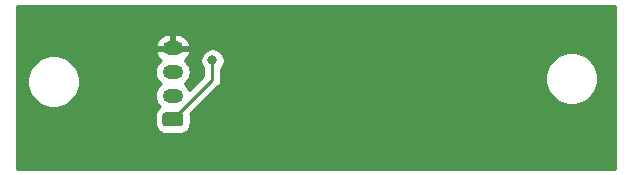
<source format=gbr>
%TF.GenerationSoftware,KiCad,Pcbnew,(5.1.9-0-10_14)*%
%TF.CreationDate,2021-07-31T12:38:44+08:00*%
%TF.ProjectId,Encoder,456e636f-6465-4722-9e6b-696361645f70,rev?*%
%TF.SameCoordinates,Original*%
%TF.FileFunction,Copper,L2,Bot*%
%TF.FilePolarity,Positive*%
%FSLAX46Y46*%
G04 Gerber Fmt 4.6, Leading zero omitted, Abs format (unit mm)*
G04 Created by KiCad (PCBNEW (5.1.9-0-10_14)) date 2021-07-31 12:38:44*
%MOMM*%
%LPD*%
G01*
G04 APERTURE LIST*
%TA.AperFunction,ComponentPad*%
%ADD10O,1.750000X1.200000*%
%TD*%
%TA.AperFunction,ViaPad*%
%ADD11C,0.800000*%
%TD*%
%TA.AperFunction,Conductor*%
%ADD12C,0.250000*%
%TD*%
%TA.AperFunction,Conductor*%
%ADD13C,0.254000*%
%TD*%
%TA.AperFunction,Conductor*%
%ADD14C,0.100000*%
%TD*%
G04 APERTURE END LIST*
D10*
%TO.P,J1,4*%
%TO.N,GND*%
X128206500Y-105918000D03*
%TO.P,J1,3*%
%TO.N,SDA*%
X128206500Y-107918000D03*
%TO.P,J1,2*%
%TO.N,SCL*%
X128206500Y-109918000D03*
%TO.P,J1,1*%
%TO.N,+5V*%
%TA.AperFunction,ComponentPad*%
G36*
G01*
X128831501Y-112518000D02*
X127581499Y-112518000D01*
G75*
G02*
X127331500Y-112268001I0J249999D01*
G01*
X127331500Y-111567999D01*
G75*
G02*
X127581499Y-111318000I249999J0D01*
G01*
X128831501Y-111318000D01*
G75*
G02*
X129081500Y-111567999I0J-249999D01*
G01*
X129081500Y-112268001D01*
G75*
G02*
X128831501Y-112518000I-249999J0D01*
G01*
G37*
%TD.AperFunction*%
%TD*%
D11*
%TO.N,+5V*%
X131572000Y-106934000D03*
%TD*%
D12*
%TO.N,+5V*%
X131572000Y-108552500D02*
X128206500Y-111918000D01*
X131572000Y-106934000D02*
X131572000Y-108552500D01*
%TD*%
D13*
%TO.N,GND*%
X165685001Y-116155000D02*
X114985000Y-116155000D01*
X114985000Y-108491872D01*
X115875000Y-108491872D01*
X115875000Y-108932128D01*
X115960890Y-109363925D01*
X116129369Y-109770669D01*
X116373962Y-110136729D01*
X116685271Y-110448038D01*
X117051331Y-110692631D01*
X117458075Y-110861110D01*
X117889872Y-110947000D01*
X118330128Y-110947000D01*
X118761925Y-110861110D01*
X119168669Y-110692631D01*
X119534729Y-110448038D01*
X119846038Y-110136729D01*
X120090631Y-109770669D01*
X120259110Y-109363925D01*
X120345000Y-108932128D01*
X120345000Y-108491872D01*
X120259110Y-108060075D01*
X120200261Y-107918000D01*
X126690525Y-107918000D01*
X126714370Y-108160102D01*
X126784989Y-108392901D01*
X126899667Y-108607449D01*
X127053998Y-108795502D01*
X127203262Y-108918000D01*
X127053998Y-109040498D01*
X126899667Y-109228551D01*
X126784989Y-109443099D01*
X126714370Y-109675898D01*
X126690525Y-109918000D01*
X126714370Y-110160102D01*
X126784989Y-110392901D01*
X126899667Y-110607449D01*
X127053998Y-110795502D01*
X127092611Y-110827191D01*
X127088113Y-110829595D01*
X126953538Y-110940038D01*
X126843095Y-111074613D01*
X126761028Y-111228149D01*
X126710492Y-111394745D01*
X126693428Y-111567999D01*
X126693428Y-112268001D01*
X126710492Y-112441255D01*
X126761028Y-112607851D01*
X126843095Y-112761387D01*
X126953538Y-112895962D01*
X127088113Y-113006405D01*
X127241649Y-113088472D01*
X127408245Y-113139008D01*
X127581499Y-113156072D01*
X128831501Y-113156072D01*
X129004755Y-113139008D01*
X129171351Y-113088472D01*
X129324887Y-113006405D01*
X129459462Y-112895962D01*
X129569905Y-112761387D01*
X129651972Y-112607851D01*
X129702508Y-112441255D01*
X129719572Y-112268001D01*
X129719572Y-111567999D01*
X129711658Y-111487644D01*
X132083003Y-109116299D01*
X132112001Y-109092501D01*
X132206974Y-108976776D01*
X132277546Y-108844747D01*
X132321003Y-108701486D01*
X132332000Y-108589833D01*
X132332000Y-108589825D01*
X132335676Y-108552500D01*
X132332000Y-108515175D01*
X132332000Y-108237872D01*
X159753500Y-108237872D01*
X159753500Y-108678128D01*
X159839390Y-109109925D01*
X160007869Y-109516669D01*
X160252462Y-109882729D01*
X160563771Y-110194038D01*
X160929831Y-110438631D01*
X161336575Y-110607110D01*
X161768372Y-110693000D01*
X162208628Y-110693000D01*
X162640425Y-110607110D01*
X163047169Y-110438631D01*
X163413229Y-110194038D01*
X163724538Y-109882729D01*
X163969131Y-109516669D01*
X164137610Y-109109925D01*
X164223500Y-108678128D01*
X164223500Y-108237872D01*
X164137610Y-107806075D01*
X163969131Y-107399331D01*
X163724538Y-107033271D01*
X163413229Y-106721962D01*
X163047169Y-106477369D01*
X162640425Y-106308890D01*
X162208628Y-106223000D01*
X161768372Y-106223000D01*
X161336575Y-106308890D01*
X160929831Y-106477369D01*
X160563771Y-106721962D01*
X160252462Y-107033271D01*
X160007869Y-107399331D01*
X159839390Y-107806075D01*
X159753500Y-108237872D01*
X132332000Y-108237872D01*
X132332000Y-107637711D01*
X132375937Y-107593774D01*
X132489205Y-107424256D01*
X132567226Y-107235898D01*
X132607000Y-107035939D01*
X132607000Y-106832061D01*
X132567226Y-106632102D01*
X132489205Y-106443744D01*
X132375937Y-106274226D01*
X132231774Y-106130063D01*
X132062256Y-106016795D01*
X131873898Y-105938774D01*
X131673939Y-105899000D01*
X131470061Y-105899000D01*
X131270102Y-105938774D01*
X131081744Y-106016795D01*
X130912226Y-106130063D01*
X130768063Y-106274226D01*
X130654795Y-106443744D01*
X130576774Y-106632102D01*
X130537000Y-106832061D01*
X130537000Y-107035939D01*
X130576774Y-107235898D01*
X130654795Y-107424256D01*
X130768063Y-107593774D01*
X130812000Y-107637711D01*
X130812001Y-108237697D01*
X129620553Y-109429146D01*
X129513333Y-109228551D01*
X129359002Y-109040498D01*
X129209738Y-108918000D01*
X129359002Y-108795502D01*
X129513333Y-108607449D01*
X129628011Y-108392901D01*
X129698630Y-108160102D01*
X129722475Y-107918000D01*
X129698630Y-107675898D01*
X129628011Y-107443099D01*
X129513333Y-107228551D01*
X129359002Y-107040498D01*
X129209152Y-106917519D01*
X129273225Y-106874307D01*
X129444578Y-106701474D01*
X129578921Y-106498533D01*
X129671091Y-106273282D01*
X129674962Y-106235609D01*
X129550231Y-106045000D01*
X128333500Y-106045000D01*
X128333500Y-106065000D01*
X128079500Y-106065000D01*
X128079500Y-106045000D01*
X126862769Y-106045000D01*
X126738038Y-106235609D01*
X126741909Y-106273282D01*
X126834079Y-106498533D01*
X126968422Y-106701474D01*
X127139775Y-106874307D01*
X127203848Y-106917519D01*
X127053998Y-107040498D01*
X126899667Y-107228551D01*
X126784989Y-107443099D01*
X126714370Y-107675898D01*
X126690525Y-107918000D01*
X120200261Y-107918000D01*
X120090631Y-107653331D01*
X119846038Y-107287271D01*
X119534729Y-106975962D01*
X119168669Y-106731369D01*
X118761925Y-106562890D01*
X118330128Y-106477000D01*
X117889872Y-106477000D01*
X117458075Y-106562890D01*
X117051331Y-106731369D01*
X116685271Y-106975962D01*
X116373962Y-107287271D01*
X116129369Y-107653331D01*
X115960890Y-108060075D01*
X115875000Y-108491872D01*
X114985000Y-108491872D01*
X114985000Y-105600391D01*
X126738038Y-105600391D01*
X126862769Y-105791000D01*
X128079500Y-105791000D01*
X128079500Y-104683000D01*
X128333500Y-104683000D01*
X128333500Y-105791000D01*
X129550231Y-105791000D01*
X129674962Y-105600391D01*
X129671091Y-105562718D01*
X129578921Y-105337467D01*
X129444578Y-105134526D01*
X129273225Y-104961693D01*
X129071446Y-104825610D01*
X128846996Y-104731507D01*
X128608500Y-104683000D01*
X128333500Y-104683000D01*
X128079500Y-104683000D01*
X127804500Y-104683000D01*
X127566004Y-104731507D01*
X127341554Y-104825610D01*
X127139775Y-104961693D01*
X126968422Y-105134526D01*
X126834079Y-105337467D01*
X126741909Y-105562718D01*
X126738038Y-105600391D01*
X114985000Y-105600391D01*
X114985000Y-102285000D01*
X165685000Y-102285000D01*
X165685001Y-116155000D01*
%TA.AperFunction,Conductor*%
D14*
G36*
X165685001Y-116155000D02*
G01*
X114985000Y-116155000D01*
X114985000Y-108491872D01*
X115875000Y-108491872D01*
X115875000Y-108932128D01*
X115960890Y-109363925D01*
X116129369Y-109770669D01*
X116373962Y-110136729D01*
X116685271Y-110448038D01*
X117051331Y-110692631D01*
X117458075Y-110861110D01*
X117889872Y-110947000D01*
X118330128Y-110947000D01*
X118761925Y-110861110D01*
X119168669Y-110692631D01*
X119534729Y-110448038D01*
X119846038Y-110136729D01*
X120090631Y-109770669D01*
X120259110Y-109363925D01*
X120345000Y-108932128D01*
X120345000Y-108491872D01*
X120259110Y-108060075D01*
X120200261Y-107918000D01*
X126690525Y-107918000D01*
X126714370Y-108160102D01*
X126784989Y-108392901D01*
X126899667Y-108607449D01*
X127053998Y-108795502D01*
X127203262Y-108918000D01*
X127053998Y-109040498D01*
X126899667Y-109228551D01*
X126784989Y-109443099D01*
X126714370Y-109675898D01*
X126690525Y-109918000D01*
X126714370Y-110160102D01*
X126784989Y-110392901D01*
X126899667Y-110607449D01*
X127053998Y-110795502D01*
X127092611Y-110827191D01*
X127088113Y-110829595D01*
X126953538Y-110940038D01*
X126843095Y-111074613D01*
X126761028Y-111228149D01*
X126710492Y-111394745D01*
X126693428Y-111567999D01*
X126693428Y-112268001D01*
X126710492Y-112441255D01*
X126761028Y-112607851D01*
X126843095Y-112761387D01*
X126953538Y-112895962D01*
X127088113Y-113006405D01*
X127241649Y-113088472D01*
X127408245Y-113139008D01*
X127581499Y-113156072D01*
X128831501Y-113156072D01*
X129004755Y-113139008D01*
X129171351Y-113088472D01*
X129324887Y-113006405D01*
X129459462Y-112895962D01*
X129569905Y-112761387D01*
X129651972Y-112607851D01*
X129702508Y-112441255D01*
X129719572Y-112268001D01*
X129719572Y-111567999D01*
X129711658Y-111487644D01*
X132083003Y-109116299D01*
X132112001Y-109092501D01*
X132206974Y-108976776D01*
X132277546Y-108844747D01*
X132321003Y-108701486D01*
X132332000Y-108589833D01*
X132332000Y-108589825D01*
X132335676Y-108552500D01*
X132332000Y-108515175D01*
X132332000Y-108237872D01*
X159753500Y-108237872D01*
X159753500Y-108678128D01*
X159839390Y-109109925D01*
X160007869Y-109516669D01*
X160252462Y-109882729D01*
X160563771Y-110194038D01*
X160929831Y-110438631D01*
X161336575Y-110607110D01*
X161768372Y-110693000D01*
X162208628Y-110693000D01*
X162640425Y-110607110D01*
X163047169Y-110438631D01*
X163413229Y-110194038D01*
X163724538Y-109882729D01*
X163969131Y-109516669D01*
X164137610Y-109109925D01*
X164223500Y-108678128D01*
X164223500Y-108237872D01*
X164137610Y-107806075D01*
X163969131Y-107399331D01*
X163724538Y-107033271D01*
X163413229Y-106721962D01*
X163047169Y-106477369D01*
X162640425Y-106308890D01*
X162208628Y-106223000D01*
X161768372Y-106223000D01*
X161336575Y-106308890D01*
X160929831Y-106477369D01*
X160563771Y-106721962D01*
X160252462Y-107033271D01*
X160007869Y-107399331D01*
X159839390Y-107806075D01*
X159753500Y-108237872D01*
X132332000Y-108237872D01*
X132332000Y-107637711D01*
X132375937Y-107593774D01*
X132489205Y-107424256D01*
X132567226Y-107235898D01*
X132607000Y-107035939D01*
X132607000Y-106832061D01*
X132567226Y-106632102D01*
X132489205Y-106443744D01*
X132375937Y-106274226D01*
X132231774Y-106130063D01*
X132062256Y-106016795D01*
X131873898Y-105938774D01*
X131673939Y-105899000D01*
X131470061Y-105899000D01*
X131270102Y-105938774D01*
X131081744Y-106016795D01*
X130912226Y-106130063D01*
X130768063Y-106274226D01*
X130654795Y-106443744D01*
X130576774Y-106632102D01*
X130537000Y-106832061D01*
X130537000Y-107035939D01*
X130576774Y-107235898D01*
X130654795Y-107424256D01*
X130768063Y-107593774D01*
X130812000Y-107637711D01*
X130812001Y-108237697D01*
X129620553Y-109429146D01*
X129513333Y-109228551D01*
X129359002Y-109040498D01*
X129209738Y-108918000D01*
X129359002Y-108795502D01*
X129513333Y-108607449D01*
X129628011Y-108392901D01*
X129698630Y-108160102D01*
X129722475Y-107918000D01*
X129698630Y-107675898D01*
X129628011Y-107443099D01*
X129513333Y-107228551D01*
X129359002Y-107040498D01*
X129209152Y-106917519D01*
X129273225Y-106874307D01*
X129444578Y-106701474D01*
X129578921Y-106498533D01*
X129671091Y-106273282D01*
X129674962Y-106235609D01*
X129550231Y-106045000D01*
X128333500Y-106045000D01*
X128333500Y-106065000D01*
X128079500Y-106065000D01*
X128079500Y-106045000D01*
X126862769Y-106045000D01*
X126738038Y-106235609D01*
X126741909Y-106273282D01*
X126834079Y-106498533D01*
X126968422Y-106701474D01*
X127139775Y-106874307D01*
X127203848Y-106917519D01*
X127053998Y-107040498D01*
X126899667Y-107228551D01*
X126784989Y-107443099D01*
X126714370Y-107675898D01*
X126690525Y-107918000D01*
X120200261Y-107918000D01*
X120090631Y-107653331D01*
X119846038Y-107287271D01*
X119534729Y-106975962D01*
X119168669Y-106731369D01*
X118761925Y-106562890D01*
X118330128Y-106477000D01*
X117889872Y-106477000D01*
X117458075Y-106562890D01*
X117051331Y-106731369D01*
X116685271Y-106975962D01*
X116373962Y-107287271D01*
X116129369Y-107653331D01*
X115960890Y-108060075D01*
X115875000Y-108491872D01*
X114985000Y-108491872D01*
X114985000Y-105600391D01*
X126738038Y-105600391D01*
X126862769Y-105791000D01*
X128079500Y-105791000D01*
X128079500Y-104683000D01*
X128333500Y-104683000D01*
X128333500Y-105791000D01*
X129550231Y-105791000D01*
X129674962Y-105600391D01*
X129671091Y-105562718D01*
X129578921Y-105337467D01*
X129444578Y-105134526D01*
X129273225Y-104961693D01*
X129071446Y-104825610D01*
X128846996Y-104731507D01*
X128608500Y-104683000D01*
X128333500Y-104683000D01*
X128079500Y-104683000D01*
X127804500Y-104683000D01*
X127566004Y-104731507D01*
X127341554Y-104825610D01*
X127139775Y-104961693D01*
X126968422Y-105134526D01*
X126834079Y-105337467D01*
X126741909Y-105562718D01*
X126738038Y-105600391D01*
X114985000Y-105600391D01*
X114985000Y-102285000D01*
X165685000Y-102285000D01*
X165685001Y-116155000D01*
G37*
%TD.AperFunction*%
%TD*%
M02*

</source>
